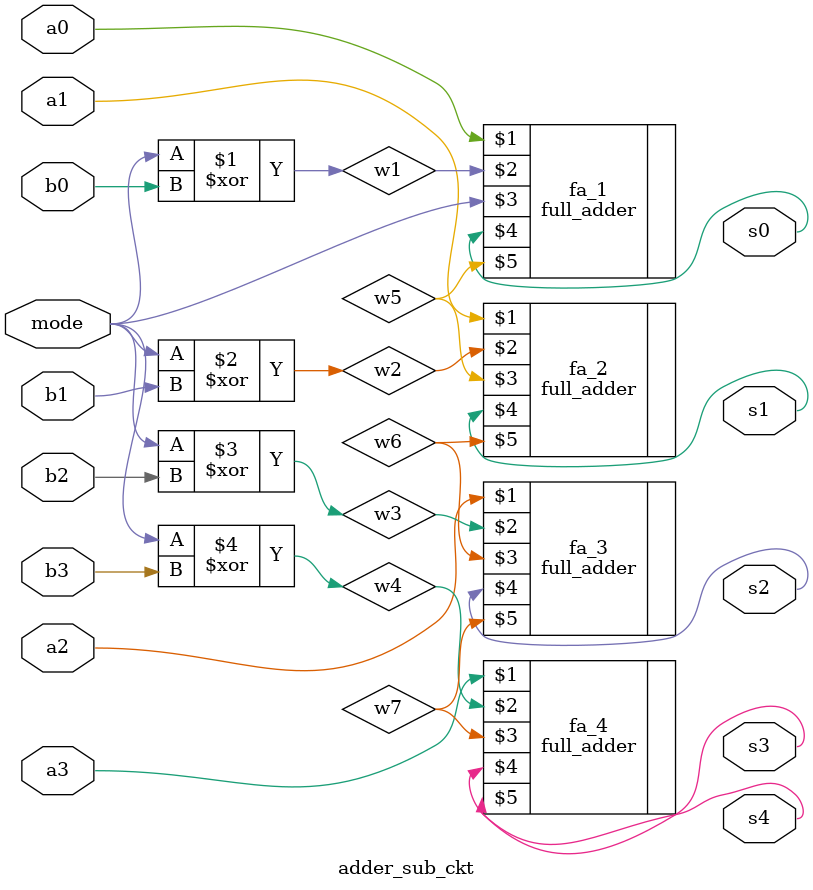
<source format=v>
`timescale 1ns / 1ps


module adder_sub_ckt(
    input a0,a1,a2,a3,b0,b1,b2,b3,
    input mode,
    output s0,s1,s2,s3,s4
    );
    
    wire w1,w2,w3,w4,w5,w6,w7;
    xor x1(w1,mode,b0);
    xor x2(w2,mode,b1);
    xor x3(w3,mode,b2);
    xor x4(w4,mode,b3);
    
    full_adder fa_1(a0,w1,mode,s0,w5);
    full_adder fa_2(a1,w2,w5,s1,w6);
    full_adder fa_3(a2,w3,w6,s2,w7);
    full_adder fa_4(a3,w4,w7,s3,s4);
endmodule

</source>
